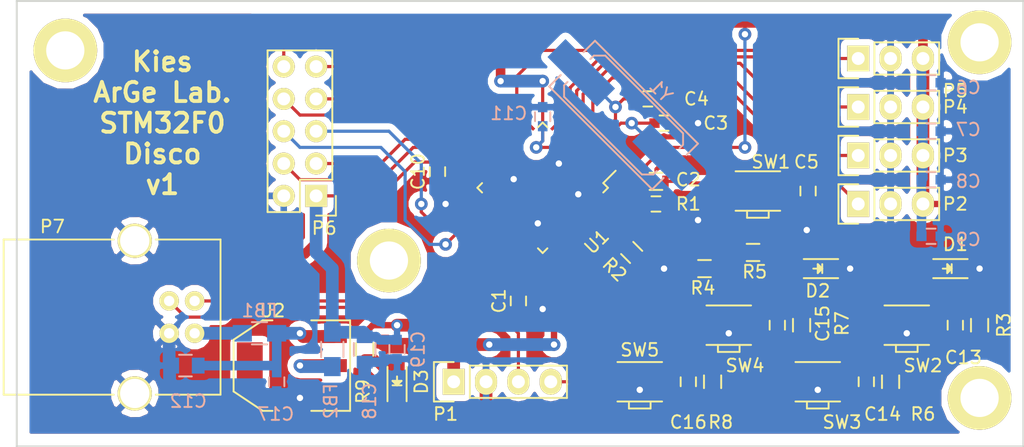
<source format=kicad_pcb>
(kicad_pcb (version 4) (host pcbnew 4.0.0-rc1-stable)
  (title_block (title STM32F0DiscoBoard) (date 2015-10-25) (rev v1) (company "Kies Research, Development and Engineering") (comment 1 "Develops and Rises"))
  (layers (0 F.Cu signal) (31 B.Cu signal) (34 B.Paste user) (35 F.Paste user) (36 B.SilkS user) (37 F.SilkS user) (38 B.Mask user) (39 F.Mask user) (44 Edge.Cuts user))
  (net 0 "")
  (net 1 +3V3)
  (net 2 GND)
  (net 3 /OSCIN)
  (net 4 /OSCOU)
  (net 5 +5V)
  (net 6 /BT0)
  (net 7 /BT1)
  (net 8 /BT2)
  (net 9 /BT3)
  (net 10 "Net-(D1-Pad2)")
  (net 11 "Net-(D2-Pad2)")
  (net 12 "Net-(FB1-Pad1)")
  (net 13 "Net-(FB2-Pad1)")
  (net 14 /SWDIO)
  (net 15 /SWCLK)
  (net 16 /USART3TX)
  (net 17 /I2C2SCL)
  (net 18 /I2C2SDA)
  (net 19 /SPI1MISO)
  (net 20 /SPI1SCK)
  (net 21 /SPI1NSS)
  (net 22 /USBD-)
  (net 23 /USBD+)
  (net 24 "Net-(R2-Pad2)")
  (net 25 /LED0)
  (net 26 /LED1)
  (net 27 "Net-(U1-Pad2)")
  (net 28 "Net-(U1-Pad3)")
  (net 29 "Net-(U1-Pad4)")
  (net 30 /NRST)
  (net 31 /PA0)
  (net 32 /PA1)
  (net 33 /PA2)
  (net 34 /PA3)
  (net 35 /SPI1MOSI)
  (net 36 "Net-(U1-Pad18)")
  (net 37 "Net-(U1-Pad19)")
  (net 38 "Net-(U1-Pad20)")
  (net 39 /USART3RX)
  (net 40 "Net-(U1-Pad27)")
  (net 41 "Net-(U1-Pad28)")
  (net 42 "Net-(U1-Pad29)")
  (net 43 "Net-(U1-Pad30)")
  (net 44 "Net-(U1-Pad31)")
  (net 45 "Net-(U1-Pad38)")
  (net 46 "Net-(U1-Pad39)")
  (net 47 "Net-(D3-Pad2)")
  (module Housings_QFP:LQFP-48_7x7mm_Pitch0.5mm (layer F.Cu) (at 99.695 87.63 225)
    (fp_text reference U1 (at 0 -6 225) (layer F.SilkS))
    (fp_text value STM32F070CBT6)
    (pad 1 smd rect (at -4.35 -2.75 225) (size 1.3 0.25) (layers F.Cu F.Paste F.Mask) (net 1 +3V3))
    (pad 2 smd rect (at -4.35 -2.25 225) (size 1.3 0.25) (layers F.Cu F.Paste F.Mask) (net 27 "Net-(U1-Pad2)"))
    (pad 3 smd rect (at -4.35 -1.75 225) (size 1.3 0.25) (layers F.Cu F.Paste F.Mask) (net 28 "Net-(U1-Pad3)"))
    (pad 4 smd rect (at -4.35 -1.25 225) (size 1.3 0.25) (layers F.Cu F.Paste F.Mask) (net 29 "Net-(U1-Pad4)"))
    (pad 5 smd rect (at -4.35 -0.75 225) (size 1.3 0.25) (layers F.Cu F.Paste F.Mask) (net 3 /OSCIN))
    (pad 6 smd rect (at -4.35 -0.25 225) (size 1.3 0.25) (layers F.Cu F.Paste F.Mask) (net 4 /OSCOU))
    (pad 7 smd rect (at -4.35 0.25 225) (size 1.3 0.25) (layers F.Cu F.Paste F.Mask) (net 30 /NRST))
    (pad 8 smd rect (at -4.35 0.75 225) (size 1.3 0.25) (layers F.Cu F.Paste F.Mask) (net 2 GND))
    (pad 9 smd rect (at -4.35 1.25 225) (size 1.3 0.25) (layers F.Cu F.Paste F.Mask) (net 1 +3V3))
    (pad 10 smd rect (at -4.35 1.75 225) (size 1.3 0.25) (layers F.Cu F.Paste F.Mask) (net 31 /PA0))
    (pad 11 smd rect (at -4.35 2.25 225) (size 1.3 0.25) (layers F.Cu F.Paste F.Mask) (net 32 /PA1))
    (pad 12 smd rect (at -4.35 2.75 225) (size 1.3 0.25) (layers F.Cu F.Paste F.Mask) (net 33 /PA2))
    (pad 13 smd rect (at -2.75 4.35 315) (size 1.3 0.25) (layers F.Cu F.Paste F.Mask) (net 34 /PA3))
    (pad 14 smd rect (at -2.25 4.35 315) (size 1.3 0.25) (layers F.Cu F.Paste F.Mask) (net 21 /SPI1NSS))
    (pad 15 smd rect (at -1.75 4.35 315) (size 1.3 0.25) (layers F.Cu F.Paste F.Mask) (net 20 /SPI1SCK))
    (pad 16 smd rect (at -1.25 4.35 315) (size 1.3 0.25) (layers F.Cu F.Paste F.Mask) (net 19 /SPI1MISO))
    (pad 17 smd rect (at -0.75 4.35 315) (size 1.3 0.25) (layers F.Cu F.Paste F.Mask) (net 35 /SPI1MOSI))
    (pad 18 smd rect (at -0.25 4.35 315) (size 1.3 0.25) (layers F.Cu F.Paste F.Mask) (net 36 "Net-(U1-Pad18)"))
    (pad 19 smd rect (at 0.25 4.35 315) (size 1.3 0.25) (layers F.Cu F.Paste F.Mask) (net 37 "Net-(U1-Pad19)"))
    (pad 20 smd rect (at 0.75 4.35 315) (size 1.3 0.25) (layers F.Cu F.Paste F.Mask) (net 38 "Net-(U1-Pad20)"))
    (pad 21 smd rect (at 1.25 4.35 315) (size 1.3 0.25) (layers F.Cu F.Paste F.Mask) (net 16 /USART3TX))
    (pad 22 smd rect (at 1.75 4.35 315) (size 1.3 0.25) (layers F.Cu F.Paste F.Mask) (net 39 /USART3RX))
    (pad 23 smd rect (at 2.25 4.35 315) (size 1.3 0.25) (layers F.Cu F.Paste F.Mask) (net 2 GND))
    (pad 24 smd rect (at 2.75 4.35 315) (size 1.3 0.25) (layers F.Cu F.Paste F.Mask) (net 1 +3V3))
    (pad 25 smd rect (at 4.35 2.75 225) (size 1.3 0.25) (layers F.Cu F.Paste F.Mask) (net 17 /I2C2SCL))
    (pad 26 smd rect (at 4.35 2.25 225) (size 1.3 0.25) (layers F.Cu F.Paste F.Mask) (net 18 /I2C2SDA))
    (pad 27 smd rect (at 4.35 1.75 225) (size 1.3 0.25) (layers F.Cu F.Paste F.Mask) (net 40 "Net-(U1-Pad27)"))
    (pad 28 smd rect (at 4.35 1.25 225) (size 1.3 0.25) (layers F.Cu F.Paste F.Mask) (net 41 "Net-(U1-Pad28)"))
    (pad 29 smd rect (at 4.35 0.75 225) (size 1.3 0.25) (layers F.Cu F.Paste F.Mask) (net 42 "Net-(U1-Pad29)"))
    (pad 30 smd rect (at 4.35 0.25 225) (size 1.3 0.25) (layers F.Cu F.Paste F.Mask) (net 43 "Net-(U1-Pad30)"))
    (pad 31 smd rect (at 4.35 -0.25 225) (size 1.3 0.25) (layers F.Cu F.Paste F.Mask) (net 44 "Net-(U1-Pad31)"))
    (pad 32 smd rect (at 4.35 -0.75 225) (size 1.3 0.25) (layers F.Cu F.Paste F.Mask) (net 22 /USBD-))
    (pad 33 smd rect (at 4.35 -1.25 225) (size 1.3 0.25) (layers F.Cu F.Paste F.Mask) (net 23 /USBD+))
    (pad 34 smd rect (at 4.35 -1.75 225) (size 1.3 0.25) (layers F.Cu F.Paste F.Mask) (net 14 /SWDIO))
    (pad 35 smd rect (at 4.35 -2.25 225) (size 1.3 0.25) (layers F.Cu F.Paste F.Mask) (net 2 GND))
    (pad 36 smd rect (at 4.35 -2.75 225) (size 1.3 0.25) (layers F.Cu F.Paste F.Mask) (net 1 +3V3))
    (pad 37 smd rect (at 2.75 -4.35 315) (size 1.3 0.25) (layers F.Cu F.Paste F.Mask) (net 15 /SWCLK))
    (pad 38 smd rect (at 2.25 -4.35 315) (size 1.3 0.25) (layers F.Cu F.Paste F.Mask) (net 45 "Net-(U1-Pad38)"))
    (pad 39 smd rect (at 1.75 -4.35 315) (size 1.3 0.25) (layers F.Cu F.Paste F.Mask) (net 46 "Net-(U1-Pad39)"))
    (pad 40 smd rect (at 1.25 -4.35 315) (size 1.3 0.25) (layers F.Cu F.Paste F.Mask) (net 9 /BT3))
    (pad 41 smd rect (at 0.75 -4.35 315) (size 1.3 0.25) (layers F.Cu F.Paste F.Mask) (net 8 /BT2))
    (pad 42 smd rect (at 0.25 -4.35 315) (size 1.3 0.25) (layers F.Cu F.Paste F.Mask) (net 7 /BT1))
    (pad 43 smd rect (at -0.25 -4.35 315) (size 1.3 0.25) (layers F.Cu F.Paste F.Mask) (net 6 /BT0))
    (pad 44 smd rect (at -0.75 -4.35 315) (size 1.3 0.25) (layers F.Cu F.Paste F.Mask) (net 24 "Net-(R2-Pad2)"))
    (pad 45 smd rect (at -1.25 -4.35 315) (size 1.3 0.25) (layers F.Cu F.Paste F.Mask) (net 25 /LED0))
    (pad 46 smd rect (at -1.75 -4.35 315) (size 1.3 0.25) (layers F.Cu F.Paste F.Mask) (net 26 /LED1))
    (pad 47 smd rect (at -2.25 -4.35 315) (size 1.3 0.25) (layers F.Cu F.Paste F.Mask) (net 2 GND))
    (pad 48 smd rect (at -2.75 -4.35 315) (size 1.3 0.25) (layers F.Cu F.Paste F.Mask) (net 1 +3V3))
  )
  (module LEDs:LED-0805 (layer F.Cu) (at 131.445 93.98 180)
    (fp_text reference D1 (at -0.635 1.905 180) (layer F.SilkS))
    (fp_text value Red)
    (pad 2 smd rect (at 1.04902 0) (size 1.19888 1.19888) (layers F.Cu F.Paste F.Mask) (net 10 "Net-(D1-Pad2)"))
    (pad 1 smd rect (at -1.04902 0) (size 1.19888 1.19888) (layers F.Cu F.Paste F.Mask) (net 2 GND))
  )
  (module LEDs:LED-0805 (layer F.Cu) (at 121.285 93.98 180)
    (fp_text reference D2 (at 0 -1.75 180) (layer F.SilkS))
    (fp_text value Green)
    (pad 2 smd rect (at 1.04902 0) (size 1.19888 1.19888) (layers F.Cu F.Paste F.Mask) (net 11 "Net-(D2-Pad2)"))
    (pad 1 smd rect (at -1.04902 0) (size 1.19888 1.19888) (layers F.Cu F.Paste F.Mask) (net 2 GND))
  )
  (module Resistors_SMD:R_0805_HandSoldering (layer B.Cu) (at 77.47 99.06)
    (fp_text reference FB1 (at 0 -1.778) (layer B.SilkS) (effects (justify mirror)))
    (fp_text value FILTER)
    (pad 1 smd rect (at -1.35 0) (size 1.5 1.3) (layers B.Cu B.Paste B.Mask) (net 12 "Net-(FB1-Pad1)"))
    (pad 2 smd rect (at 1.35 0) (size 1.5 1.3) (layers B.Cu B.Paste B.Mask) (net 5 +5V))
  )
  (module Resistors_SMD:R_0805_HandSoldering (layer B.Cu) (at 83.185 100.33 90)
    (fp_text reference FB2 (at -4.064 -0.127 90) (layer B.SilkS) (effects (justify mirror)))
    (fp_text value FILTER)
    (pad 1 smd rect (at -1.35 0 90) (size 1.5 1.3) (layers B.Cu B.Paste B.Mask) (net 13 "Net-(FB2-Pad1)"))
    (pad 2 smd rect (at 1.35 0 90) (size 1.5 1.3) (layers B.Cu B.Paste B.Mask) (net 1 +3V3))
  )
  (module Pin_Headers:Pin_Header_Straight_1x04 (layer F.Cu) (at 92.71 102.87 90)
    (fp_text reference P1 (at -2.54 -0.635 180) (layer F.SilkS))
    (fp_text value SW)
    (pad 1 thru_hole rect (at 0 0 90) (size 2.032 1.7272) (drill 1.016) (layers *.Cu *.Mask F.SilkS) (net 1 +3V3))
    (pad 2 thru_hole oval (at 0 2.54 90) (size 2.032 1.7272) (drill 1.016) (layers *.Cu *.Mask F.SilkS) (net 2 GND))
    (pad 3 thru_hole oval (at 0 5.08 90) (size 2.032 1.7272) (drill 1.016) (layers *.Cu *.Mask F.SilkS) (net 14 /SWDIO))
    (pad 4 thru_hole oval (at 0 7.62 90) (size 2.032 1.7272) (drill 1.016) (layers *.Cu *.Mask F.SilkS) (net 15 /SWCLK))
  )
  (module Pin_Headers:Pin_Header_Straight_1x03 (layer F.Cu) (at 124.46 88.9 90)
    (fp_text reference P2 (at 0 7.62 180) (layer F.SilkS))
    (fp_text value AN0)
    (pad 1 thru_hole rect (at 0 0 90) (size 2.032 1.7272) (drill 1.016) (layers *.Cu *.Mask F.SilkS) (net 31 /PA0))
    (pad 2 thru_hole oval (at 0 2.54 90) (size 2.032 1.7272) (drill 1.016) (layers *.Cu *.Mask F.SilkS) (net 2 GND))
    (pad 3 thru_hole oval (at 0 5.08 90) (size 2.032 1.7272) (drill 1.016) (layers *.Cu *.Mask F.SilkS) (net 1 +3V3))
  )
  (module Pin_Headers:Pin_Header_Straight_1x03 (layer F.Cu) (at 124.46 85.09 90)
    (fp_text reference P3 (at 0 7.62 180) (layer F.SilkS))
    (fp_text value AN1)
    (pad 1 thru_hole rect (at 0 0 90) (size 2.032 1.7272) (drill 1.016) (layers *.Cu *.Mask F.SilkS) (net 32 /PA1))
    (pad 2 thru_hole oval (at 0 2.54 90) (size 2.032 1.7272) (drill 1.016) (layers *.Cu *.Mask F.SilkS) (net 2 GND))
    (pad 3 thru_hole oval (at 0 5.08 90) (size 2.032 1.7272) (drill 1.016) (layers *.Cu *.Mask F.SilkS) (net 1 +3V3))
  )
  (module Pin_Headers:Pin_Header_Straight_1x03 (layer F.Cu) (at 124.46 81.28 90)
    (fp_text reference P4 (at 0 7.62 180) (layer F.SilkS))
    (fp_text value AN2)
    (pad 1 thru_hole rect (at 0 0 90) (size 2.032 1.7272) (drill 1.016) (layers *.Cu *.Mask F.SilkS) (net 33 /PA2))
    (pad 2 thru_hole oval (at 0 2.54 90) (size 2.032 1.7272) (drill 1.016) (layers *.Cu *.Mask F.SilkS) (net 2 GND))
    (pad 3 thru_hole oval (at 0 5.08 90) (size 2.032 1.7272) (drill 1.016) (layers *.Cu *.Mask F.SilkS) (net 1 +3V3))
  )
  (module Pin_Headers:Pin_Header_Straight_1x03 (layer F.Cu) (at 124.46 77.47 90)
    (fp_text reference P5 (at -2.54 7.62 180) (layer F.SilkS))
    (fp_text value AN3)
    (pad 1 thru_hole rect (at 0 0 90) (size 2.032 1.7272) (drill 1.016) (layers *.Cu *.Mask F.SilkS) (net 34 /PA3))
    (pad 2 thru_hole oval (at 0 2.54 90) (size 2.032 1.7272) (drill 1.016) (layers *.Cu *.Mask F.SilkS) (net 2 GND))
    (pad 3 thru_hole oval (at 0 5.08 90) (size 2.032 1.7272) (drill 1.016) (layers *.Cu *.Mask F.SilkS) (net 1 +3V3))
  )
  (module Pin_Headers:Pin_Header_Straight_2x05 (layer F.Cu) (at 81.915 88.265 180)
    (fp_text reference P6 (at -0.635 -2.54 180) (layer F.SilkS))
    (fp_text value UEXT)
    (pad 1 thru_hole rect (at 0 0 180) (size 1.7272 1.7272) (drill 1.016) (layers *.Cu *.Mask F.SilkS) (net 1 +3V3))
    (pad 2 thru_hole oval (at 2.54 0 180) (size 1.7272 1.7272) (drill 1.016) (layers *.Cu *.Mask F.SilkS) (net 2 GND))
    (pad 3 thru_hole oval (at 0 2.54 180) (size 1.7272 1.7272) (drill 1.016) (layers *.Cu *.Mask F.SilkS) (net 16 /USART3TX))
    (pad 4 thru_hole oval (at 2.54 2.54 180) (size 1.7272 1.7272) (drill 1.016) (layers *.Cu *.Mask F.SilkS) (net 39 /USART3RX))
    (pad 5 thru_hole oval (at 0 5.08 180) (size 1.7272 1.7272) (drill 1.016) (layers *.Cu *.Mask F.SilkS) (net 17 /I2C2SCL))
    (pad 6 thru_hole oval (at 2.54 5.08 180) (size 1.7272 1.7272) (drill 1.016) (layers *.Cu *.Mask F.SilkS) (net 18 /I2C2SDA))
    (pad 7 thru_hole oval (at 0 7.62 180) (size 1.7272 1.7272) (drill 1.016) (layers *.Cu *.Mask F.SilkS) (net 19 /SPI1MISO))
    (pad 8 thru_hole oval (at 2.54 7.62 180) (size 1.7272 1.7272) (drill 1.016) (layers *.Cu *.Mask F.SilkS) (net 35 /SPI1MOSI))
    (pad 9 thru_hole oval (at 0 10.16 180) (size 1.7272 1.7272) (drill 1.016) (layers *.Cu *.Mask F.SilkS) (net 20 /SPI1SCK))
    (pad 10 thru_hole oval (at 2.54 10.16 180) (size 1.7272 1.7272) (drill 1.016) (layers *.Cu *.Mask F.SilkS) (net 21 /SPI1NSS))
  )
  (module Connect:USB_B (layer F.Cu) (at 72.38 99.06 180)
    (fp_text reference P7 (at 11.166 8.382 360) (layer F.SilkS))
    (fp_text value USB_B)
    (pad 2 thru_hole circle (at 0 2.54 90) (size 1.524 1.524) (drill 0.8128) (layers *.Cu *.Mask F.SilkS) (net 22 /USBD-))
    (pad 1 thru_hole circle (at 0 0 90) (size 1.524 1.524) (drill 0.8128) (layers *.Cu *.Mask F.SilkS) (net 12 "Net-(FB1-Pad1)"))
    (pad 4 thru_hole circle (at 1.99898 0 90) (size 1.524 1.524) (drill 0.8128) (layers *.Cu *.Mask F.SilkS) (net 2 GND))
    (pad 3 thru_hole circle (at 1.99898 2.54 90) (size 1.524 1.524) (drill 0.8128) (layers *.Cu *.Mask F.SilkS) (net 23 /USBD+))
    (pad 5 thru_hole circle (at 4.699 7.26948 90) (size 2.70002 2.70002) (drill 2.30124) (layers *.Cu *.Mask F.SilkS) (net 2 GND))
    (pad 5 thru_hole circle (at 4.699 -4.72948 90) (size 2.70002 2.70002) (drill 2.30124) (layers *.Cu *.Mask F.SilkS) (net 2 GND))
  )
  (module Buttons_Switches_SMD:SW_SPST_EVQP7C (layer F.Cu) (at 116.586 87.884)
    (fp_text reference SW1 (at 1.016 -2.286) (layer F.SilkS))
    (fp_text value RST)
    (pad 1 smd rect (at 1.8 -0.725) (size 1.4 1.05) (layers F.Cu F.Paste F.Mask) (net 30 /NRST))
    (pad 1 smd rect (at -1.8 -0.725) (size 1.4 1.05) (layers F.Cu F.Paste F.Mask) (net 30 /NRST))
    (pad 2 smd rect (at 1.8 0.725) (size 1.4 1.05) (layers F.Cu F.Paste F.Mask) (net 2 GND))
    (pad 2 smd rect (at -1.8 0.725) (size 1.4 1.05) (layers F.Cu F.Paste F.Mask) (net 2 GND))
  )
  (module Buttons_Switches_SMD:SW_SPST_EVQP7C (layer F.Cu) (at 128.27 98.425)
    (fp_text reference SW2 (at 1.27 3.175) (layer F.SilkS))
    (fp_text value BT0)
    (pad 1 smd rect (at 1.8 -0.725) (size 1.4 1.05) (layers F.Cu F.Paste F.Mask) (net 6 /BT0))
    (pad 1 smd rect (at -1.8 -0.725) (size 1.4 1.05) (layers F.Cu F.Paste F.Mask) (net 6 /BT0))
    (pad 2 smd rect (at 1.8 0.725) (size 1.4 1.05) (layers F.Cu F.Paste F.Mask) (net 2 GND))
    (pad 2 smd rect (at -1.8 0.725) (size 1.4 1.05) (layers F.Cu F.Paste F.Mask) (net 2 GND))
  )
  (module Buttons_Switches_SMD:SW_SPST_EVQP7C (layer F.Cu) (at 121.285 102.87)
    (fp_text reference SW3 (at 1.905 3.175) (layer F.SilkS))
    (fp_text value BT1)
    (pad 1 smd rect (at 1.8 -0.725) (size 1.4 1.05) (layers F.Cu F.Paste F.Mask) (net 7 /BT1))
    (pad 1 smd rect (at -1.8 -0.725) (size 1.4 1.05) (layers F.Cu F.Paste F.Mask) (net 7 /BT1))
    (pad 2 smd rect (at 1.8 0.725) (size 1.4 1.05) (layers F.Cu F.Paste F.Mask) (net 2 GND))
    (pad 2 smd rect (at -1.8 0.725) (size 1.4 1.05) (layers F.Cu F.Paste F.Mask) (net 2 GND))
  )
  (module Buttons_Switches_SMD:SW_SPST_EVQP7C (layer F.Cu) (at 114.3 98.425)
    (fp_text reference SW4 (at 1.27 3.175) (layer F.SilkS))
    (fp_text value BT2)
    (pad 1 smd rect (at 1.8 -0.725) (size 1.4 1.05) (layers F.Cu F.Paste F.Mask) (net 8 /BT2))
    (pad 1 smd rect (at -1.8 -0.725) (size 1.4 1.05) (layers F.Cu F.Paste F.Mask) (net 8 /BT2))
    (pad 2 smd rect (at 1.8 0.725) (size 1.4 1.05) (layers F.Cu F.Paste F.Mask) (net 2 GND))
    (pad 2 smd rect (at -1.8 0.725) (size 1.4 1.05) (layers F.Cu F.Paste F.Mask) (net 2 GND))
  )
  (module Buttons_Switches_SMD:SW_SPST_EVQP7C (layer F.Cu) (at 107.315 102.87)
    (fp_text reference SW5 (at 0 -2.5) (layer F.SilkS))
    (fp_text value BT3)
    (pad 1 smd rect (at 1.8 -0.725) (size 1.4 1.05) (layers F.Cu F.Paste F.Mask) (net 9 /BT3))
    (pad 1 smd rect (at -1.8 -0.725) (size 1.4 1.05) (layers F.Cu F.Paste F.Mask) (net 9 /BT3))
    (pad 2 smd rect (at 1.8 0.725) (size 1.4 1.05) (layers F.Cu F.Paste F.Mask) (net 2 GND))
    (pad 2 smd rect (at -1.8 0.725) (size 1.4 1.05) (layers F.Cu F.Paste F.Mask) (net 2 GND))
  )
  (module TO_SOT_Packages_SMD:SOT-223 (layer F.Cu) (at 80.01 101.6 90)
    (fp_text reference U2 (at 4.318 -1.524 180) (layer F.SilkS))
    (fp_text value LD1117S33CTR)
    (pad 4 smd rect (at 0 -3.302 90) (size 3.6576 2.032) (layers F.Cu F.Paste F.Mask))
    (pad 2 smd rect (at 0 3.302 90) (size 1.016 2.032) (layers F.Cu F.Paste F.Mask) (net 13 "Net-(FB2-Pad1)"))
    (pad 3 smd rect (at 2.286 3.302 90) (size 1.016 2.032) (layers F.Cu F.Paste F.Mask) (net 5 +5V))
    (pad 1 smd rect (at -2.286 3.302 90) (size 1.016 2.032) (layers F.Cu F.Paste F.Mask) (net 2 GND))
  )
  (module Crystals_Oscillators_SMD:Q_49U3HMS (layer B.Cu) (at 106.045 81.915 135)
    (fp_text reference Y1 (at -0.71842 3.412497 135) (layer B.SilkS) (effects (justify mirror)))
    (fp_text value 8MHz)
    (pad 1 smd rect (at -4.699 0 135) (size 5.4991 1.99898) (layers B.Cu B.Paste B.Mask) (net 3 /OSCIN))
    (pad 2 smd rect (at 4.699 0 135) (size 5.4991 1.99898) (layers B.Cu B.Paste B.Mask) (net 4 /OSCOU))
  )
  (module LEDs:LED-0805 (layer F.Cu) (at 88.265 102.8 90)
    (fp_text reference D3 (at -0.07 1.905 90) (layer F.SilkS))
    (fp_text value Red)
    (pad 2 smd rect (at 1.04902 0 270) (size 1.19888 1.19888) (layers F.Cu F.Paste F.Mask) (net 47 "Net-(D3-Pad2)"))
    (pad 1 smd rect (at -1.04902 0 270) (size 1.19888 1.19888) (layers F.Cu F.Paste F.Mask) (net 2 GND))
  )
  (module Capacitors_SMD:C_0603 (layer F.Cu) (at 97.79 96.52 270)
    (fp_text reference C1 (at 0 1.524 270) (layer F.SilkS))
    (fp_text value 100nF)
    (pad 1 smd rect (at -0.75 0 270) (size 0.8 0.75) (layers F.Cu F.Paste F.Mask) (net 1 +3V3))
    (pad 2 smd rect (at 0.75 0 270) (size 0.8 0.75) (layers F.Cu F.Paste F.Mask) (net 2 GND))
  )
  (module Capacitors_SMD:C_0603 (layer F.Cu) (at 108.585 88.9)
    (fp_text reference C2 (at 2.54 -1.905) (layer F.SilkS))
    (fp_text value 100nF)
    (pad 1 smd rect (at -0.75 0) (size 0.8 0.75) (layers F.Cu F.Paste F.Mask) (net 1 +3V3))
    (pad 2 smd rect (at 0.75 0) (size 0.8 0.75) (layers F.Cu F.Paste F.Mask) (net 2 GND))
  )
  (module Capacitors_SMD:C_0603 (layer F.Cu) (at 109.22 82.55)
    (fp_text reference C3 (at 4.064 0) (layer F.SilkS))
    (fp_text value 6.8pf)
    (pad 1 smd rect (at -0.75 0) (size 0.8 0.75) (layers F.Cu F.Paste F.Mask) (net 3 /OSCIN))
    (pad 2 smd rect (at 0.75 0) (size 0.8 0.75) (layers F.Cu F.Paste F.Mask) (net 2 GND))
  )
  (module Capacitors_SMD:C_0603 (layer F.Cu) (at 107.95 80.645)
    (fp_text reference C4 (at 3.81 0) (layer F.SilkS))
    (fp_text value 6.8pf)
    (pad 1 smd rect (at -0.75 0) (size 0.8 0.75) (layers F.Cu F.Paste F.Mask) (net 4 /OSCOU))
    (pad 2 smd rect (at 0.75 0) (size 0.8 0.75) (layers F.Cu F.Paste F.Mask) (net 2 GND))
  )
  (module Capacitors_SMD:C_0603 (layer F.Cu) (at 120.523 87.884 270)
    (fp_text reference C5 (at -2.286 0.127 360) (layer F.SilkS))
    (fp_text value 100nF)
    (pad 1 smd rect (at -0.75 0 270) (size 0.8 0.75) (layers F.Cu F.Paste F.Mask) (net 30 /NRST))
    (pad 2 smd rect (at 0.75 0 270) (size 0.8 0.75) (layers F.Cu F.Paste F.Mask) (net 2 GND))
  )
  (module Capacitors_SMD:C_0603 (layer B.Cu) (at 130.175 79.375)
    (fp_text reference C6 (at 2.921 0.381) (layer B.SilkS) (effects (justify mirror)))
    (fp_text value 100nF)
    (pad 1 smd rect (at -0.75 0) (size 0.8 0.75) (layers B.Cu B.Paste B.Mask) (net 1 +3V3))
    (pad 2 smd rect (at 0.75 0) (size 0.8 0.75) (layers B.Cu B.Paste B.Mask) (net 2 GND))
  )
  (module Capacitors_SMD:C_0603 (layer B.Cu) (at 130.175 83.185)
    (fp_text reference C7 (at 2.921 -0.127) (layer B.SilkS) (effects (justify mirror)))
    (fp_text value 100nF)
    (pad 1 smd rect (at -0.75 0) (size 0.8 0.75) (layers B.Cu B.Paste B.Mask) (net 1 +3V3))
    (pad 2 smd rect (at 0.75 0) (size 0.8 0.75) (layers B.Cu B.Paste B.Mask) (net 2 GND))
  )
  (module Capacitors_SMD:C_0603 (layer B.Cu) (at 130.175 86.995)
    (fp_text reference C8 (at 2.921 0.127) (layer B.SilkS) (effects (justify mirror)))
    (fp_text value 100nF)
    (pad 1 smd rect (at -0.75 0) (size 0.8 0.75) (layers B.Cu B.Paste B.Mask) (net 1 +3V3))
    (pad 2 smd rect (at 0.75 0) (size 0.8 0.75) (layers B.Cu B.Paste B.Mask) (net 2 GND))
  )
  (module Capacitors_SMD:C_0603 (layer B.Cu) (at 130.175 91.44)
    (fp_text reference C9 (at 2.921 0.254) (layer B.SilkS) (effects (justify mirror)))
    (fp_text value 100nF)
    (pad 1 smd rect (at -0.75 0) (size 0.8 0.75) (layers B.Cu B.Paste B.Mask) (net 1 +3V3))
    (pad 2 smd rect (at 0.75 0) (size 0.8 0.75) (layers B.Cu B.Paste B.Mask) (net 2 GND))
  )
  (module Capacitors_SMD:C_0603 (layer F.Cu) (at 91.44 86.36 270)
    (fp_text reference C10 (at 0 1.524 270) (layer F.SilkS))
    (fp_text value 100nF)
    (pad 1 smd rect (at -0.75 0 270) (size 0.8 0.75) (layers F.Cu F.Paste F.Mask) (net 1 +3V3))
    (pad 2 smd rect (at 0.75 0 270) (size 0.8 0.75) (layers F.Cu F.Paste F.Mask) (net 2 GND))
  )
  (module Capacitors_SMD:C_0603 (layer B.Cu) (at 99.695 82.042 90)
    (fp_text reference C11 (at 0.254 -2.667 180) (layer B.SilkS) (effects (justify mirror)))
    (fp_text value 100nF)
    (pad 1 smd rect (at -0.75 0 90) (size 0.8 0.75) (layers B.Cu B.Paste B.Mask) (net 1 +3V3))
    (pad 2 smd rect (at 0.75 0 90) (size 0.8 0.75) (layers B.Cu B.Paste B.Mask) (net 2 GND))
  )
  (module Capacitors_SMD:C_0805 (layer B.Cu) (at 71.66 101.6 180)
    (fp_text reference C12 (at -0.222 -2.794 360) (layer B.SilkS) (effects (justify mirror)))
    (fp_text value 10uF)
    (pad 1 smd rect (at -1 0 180) (size 1 1.25) (layers B.Cu B.Paste B.Mask) (net 5 +5V))
    (pad 2 smd rect (at 1 0 180) (size 1 1.25) (layers B.Cu B.Paste B.Mask) (net 2 GND))
  )
  (module Capacitors_SMD:C_0603 (layer F.Cu) (at 132.08 98.425 270)
    (fp_text reference C13 (at 2.54 -0.635 360) (layer F.SilkS))
    (fp_text value 100nF)
    (pad 1 smd rect (at -0.75 0 270) (size 0.8 0.75) (layers F.Cu F.Paste F.Mask) (net 6 /BT0))
    (pad 2 smd rect (at 0.75 0 270) (size 0.8 0.75) (layers F.Cu F.Paste F.Mask) (net 2 GND))
  )
  (module Capacitors_SMD:C_0603 (layer F.Cu) (at 125.095 102.87 270)
    (fp_text reference C14 (at 2.54 -1.27 360) (layer F.SilkS))
    (fp_text value 100nF)
    (pad 1 smd rect (at -0.75 0 270) (size 0.8 0.75) (layers F.Cu F.Paste F.Mask) (net 7 /BT1))
    (pad 2 smd rect (at 0.75 0 270) (size 0.8 0.75) (layers F.Cu F.Paste F.Mask) (net 2 GND))
  )
  (module Capacitors_SMD:C_0603 (layer F.Cu) (at 118.11 98.425 270)
    (fp_text reference C15 (at -0.127 -3.556 450) (layer F.SilkS))
    (fp_text value 100nF)
    (pad 1 smd rect (at -0.75 0 270) (size 0.8 0.75) (layers F.Cu F.Paste F.Mask) (net 8 /BT2))
    (pad 2 smd rect (at 0.75 0 270) (size 0.8 0.75) (layers F.Cu F.Paste F.Mask) (net 2 GND))
  )
  (module Capacitors_SMD:C_0603 (layer F.Cu) (at 111.125 102.87 270)
    (fp_text reference C16 (at 3.175 0 360) (layer F.SilkS))
    (fp_text value 100nF)
    (pad 1 smd rect (at -0.75 0 270) (size 0.8 0.75) (layers F.Cu F.Paste F.Mask) (net 9 /BT3))
    (pad 2 smd rect (at 0.75 0 270) (size 0.8 0.75) (layers F.Cu F.Paste F.Mask) (net 2 GND))
  )
  (module Capacitors_SMD:C_0603 (layer B.Cu) (at 78.82 102.87 270)
    (fp_text reference C17 (at 2.54 0.08 540) (layer B.SilkS) (effects (justify mirror)))
    (fp_text value 100nF)
    (pad 1 smd rect (at -0.75 0 270) (size 0.8 0.75) (layers B.Cu B.Paste B.Mask) (net 5 +5V))
    (pad 2 smd rect (at 0.75 0 270) (size 0.8 0.75) (layers B.Cu B.Paste B.Mask) (net 2 GND))
  )
  (module Capacitors_SMD:C_0805 (layer B.Cu) (at 85.725 100.33 270)
    (fp_text reference C18 (at 4.064 -0.381 270) (layer B.SilkS) (effects (justify mirror)))
    (fp_text value 10uF)
    (pad 1 smd rect (at -1 0 270) (size 1 1.25) (layers B.Cu B.Paste B.Mask) (net 1 +3V3))
    (pad 2 smd rect (at 1 0 270) (size 1 1.25) (layers B.Cu B.Paste B.Mask) (net 2 GND))
  )
  (module Capacitors_SMD:C_0603 (layer B.Cu) (at 88.265 100.33 270)
    (fp_text reference C19 (at 0 -1.651 270) (layer B.SilkS) (effects (justify mirror)))
    (fp_text value 100nF)
    (pad 1 smd rect (at -0.75 0 270) (size 0.8 0.75) (layers B.Cu B.Paste B.Mask) (net 1 +3V3))
    (pad 2 smd rect (at 0.75 0 270) (size 0.8 0.75) (layers B.Cu B.Paste B.Mask) (net 2 GND))
  )
  (module Resistors_SMD:R_0603 (layer F.Cu) (at 108.585 87.122 180)
    (fp_text reference R1 (at -2.54 -1.778 180) (layer F.SilkS))
    (fp_text value 10K)
    (pad 1 smd rect (at -0.75 0 180) (size 0.5 0.9) (layers F.Cu F.Paste F.Mask) (net 30 /NRST))
    (pad 2 smd rect (at 0.75 0 180) (size 0.5 0.9) (layers F.Cu F.Paste F.Mask) (net 1 +3V3))
  )
  (module Resistors_SMD:R_0603 (layer F.Cu) (at 106.68 92.71 135)
    (fp_text reference R2 (at 0 -1.9 135) (layer F.SilkS))
    (fp_text value 100R)
    (pad 1 smd rect (at -0.75 0 135) (size 0.5 0.9) (layers F.Cu F.Paste F.Mask) (net 2 GND))
    (pad 2 smd rect (at 0.75 0 135) (size 0.5 0.9) (layers F.Cu F.Paste F.Mask) (net 24 "Net-(R2-Pad2)"))
  )
  (module Resistors_SMD:R_0603 (layer F.Cu) (at 133.985 98.425 270)
    (fp_text reference R3 (at 0 -1.905 270) (layer F.SilkS))
    (fp_text value 4K7R)
    (pad 1 smd rect (at -0.75 0 270) (size 0.5 0.9) (layers F.Cu F.Paste F.Mask) (net 6 /BT0))
    (pad 2 smd rect (at 0.75 0 270) (size 0.5 0.9) (layers F.Cu F.Paste F.Mask) (net 1 +3V3))
  )
  (module Resistors_SMD:R_0603 (layer F.Cu) (at 112.395 93.98 180)
    (fp_text reference R4 (at 0.127 -1.524 180) (layer F.SilkS))
    (fp_text value 470R)
    (pad 1 smd rect (at -0.75 0 180) (size 0.5 0.9) (layers F.Cu F.Paste F.Mask) (net 11 "Net-(D2-Pad2)"))
    (pad 2 smd rect (at 0.75 0 180) (size 0.5 0.9) (layers F.Cu F.Paste F.Mask) (net 25 /LED0))
  )
  (module Resistors_SMD:R_0603 (layer F.Cu) (at 116.205 92.71 180)
    (fp_text reference R5 (at -0.127 -1.524 180) (layer F.SilkS))
    (fp_text value 470R)
    (pad 1 smd rect (at -0.75 0 180) (size 0.5 0.9) (layers F.Cu F.Paste F.Mask) (net 10 "Net-(D1-Pad2)"))
    (pad 2 smd rect (at 0.75 0 180) (size 0.5 0.9) (layers F.Cu F.Paste F.Mask) (net 26 /LED1))
  )
  (module Resistors_SMD:R_0603 (layer F.Cu) (at 127 102.87 270)
    (fp_text reference R6 (at 2.54 -2.54 360) (layer F.SilkS))
    (fp_text value 4K7R)
    (pad 1 smd rect (at -0.75 0 270) (size 0.5 0.9) (layers F.Cu F.Paste F.Mask) (net 7 /BT1))
    (pad 2 smd rect (at 0.75 0 270) (size 0.5 0.9) (layers F.Cu F.Paste F.Mask) (net 1 +3V3))
  )
  (module Resistors_SMD:R_0603 (layer F.Cu) (at 120.015 98.425 270)
    (fp_text reference R7 (at -0.127 -3.175 450) (layer F.SilkS))
    (fp_text value 4K7R)
    (pad 1 smd rect (at -0.75 0 270) (size 0.5 0.9) (layers F.Cu F.Paste F.Mask) (net 8 /BT2))
    (pad 2 smd rect (at 0.75 0 270) (size 0.5 0.9) (layers F.Cu F.Paste F.Mask) (net 1 +3V3))
  )
  (module Resistors_SMD:R_0603 (layer F.Cu) (at 113.03 102.87 270)
    (fp_text reference R8 (at 3.175 -0.635 360) (layer F.SilkS))
    (fp_text value 4K7R)
    (pad 1 smd rect (at -0.75 0 270) (size 0.5 0.9) (layers F.Cu F.Paste F.Mask) (net 9 /BT3))
    (pad 2 smd rect (at 0.75 0 270) (size 0.5 0.9) (layers F.Cu F.Paste F.Mask) (net 1 +3V3))
  )
  (module Resistors_SMD:R_0603 (layer F.Cu) (at 85.725 100.33 270)
    (fp_text reference R9 (at 3.302 0.127 270) (layer F.SilkS))
    (fp_text value 470R)
    (pad 1 smd rect (at -0.75 0 270) (size 0.5 0.9) (layers F.Cu F.Paste F.Mask) (net 1 +3V3))
    (pad 2 smd rect (at 0.75 0 270) (size 0.5 0.9) (layers F.Cu F.Paste F.Mask) (net 47 "Net-(D3-Pad2)"))
  )
  (module Connect:1pin (layer F.Cu) (at 62.23 76.835)
    (fp_text reference "" (at 0 -3.048) (layer F.SilkS))
    (fp_text value 1pin)
    (pad "" thru_hole circle (at 0 0) (size 5 5) (drill 3) (layers *.Cu *.Mask F.SilkS))
  )
  (module Connect:1pin (layer F.Cu) (at 133.985 76.2)
    (fp_text reference "" (at 0 -3.048) (layer F.SilkS))
    (fp_text value 1pin)
    (pad "" thru_hole circle (at 0 0) (size 5 5) (drill 3) (layers *.Cu *.Mask F.SilkS))
  )
  (module Connect:1pin (layer F.Cu) (at 133.985 104.14)
    (fp_text reference "" (at 0 -3.048) (layer F.SilkS))
    (fp_text value 1pin)
    (pad "" thru_hole circle (at 0 0) (size 5 5) (drill 3) (layers *.Cu *.Mask F.SilkS))
  )
  (module Connect:1pin (layer F.Cu) (at 87.63 93.345)
    (fp_text reference "" (at 0 -3.048) (layer F.SilkS))
    (fp_text value 1pin)
    (pad 1 thru_hole circle (at 0 0) (size 5 5) (drill 3) (layers *.Cu *.Mask F.SilkS))
  )
  (gr_text "Kies\nArGe Lab.\nSTM32F0\nDisco\nv1" (at 69.85 82.55) (layer F.SilkS) (effects (font (size 1.5 1.5) (thickness 0.3))))
  (gr_line (start 137.42 107.95) (end 58.42 107.95) (angle 90) (layer Edge.Cuts) (width 0.15))
  (gr_line (start 137.42 72.95) (end 137.42 107.95) (angle 90) (layer Edge.Cuts) (width 0.15))
  (gr_line (start 58.42 72.95) (end 137.42 72.95) (angle 90) (layer Edge.Cuts) (width 0.15))
  (gr_line (start 58.42 107.95) (end 58.42 72.95) (angle 90) (layer Edge.Cuts) (width 0.15))
  (segment (start 101.887031 83.670202) (end 101.102233 84.455) (width 0.25) (layer F.Cu) (net 1))
  (segment (start 101.102233 84.455) (end 99.187 84.455) (width 0.25) (layer F.Cu) (net 1))
  (via (at 99.187 84.455) (size 1) (drill 0.5) (layers F.Cu B.Cu) (net 1))
  (segment (start 107.835 87.122) (end 107.835 85.84) (width 0.25) (layer F.Cu) (net 1))
  (segment (start 115.57 75.565) (end 115.57 74.676) (width 0.25) (layer F.Cu) (net 1))
  (via (at 115.57 75.565) (size 1) (drill 0.5) (layers F.Cu B.Cu) (net 1))
  (segment (start 115.57 84.455) (end 115.57 75.565) (width 0.25) (layer B.Cu) (net 1))
  (via (at 115.57 84.455) (size 1) (drill 0.5) (layers F.Cu B.Cu) (net 1))
  (segment (start 109.22 84.455) (end 115.57 84.455) (width 0.25) (layer F.Cu) (net 1))
  (segment (start 107.835 85.84) (end 109.22 84.455) (width 0.25) (layer F.Cu) (net 1))
  (segment (start 115.57 74.676) (end 115.57 74.93) (width 0.25) (layer F.Cu) (net 1))
  (segment (start 115.57 74.93) (end 115.57 74.676) (width 0.25) (layer F.Cu) (net 1))
  (segment (start 91.44 85.61) (end 89.65 85.61) (width 0.25) (layer F.Cu) (net 1))
  (segment (start 86.995 88.265) (end 81.915 88.265) (width 0.25) (layer F.Cu) (net 1))
  (segment (start 89.65 85.61) (end 86.995 88.265) (width 0.25) (layer F.Cu) (net 1))
  (segment (start 133.985 99.949) (end 133.604 100.33) (width 0.5) (layer F.Cu) (net 1))
  (segment (start 133.985 99.175) (end 133.985 99.949) (width 0.5) (layer F.Cu) (net 1))
  (segment (start 128.155 103.62) (end 127 103.62) (width 0.5) (layer F.Cu) (net 1))
  (segment (start 131.445 100.33) (end 128.155 103.62) (width 0.5) (layer F.Cu) (net 1))
  (segment (start 133.604 100.33) (end 131.445 100.33) (width 0.5) (layer F.Cu) (net 1))
  (segment (start 96.393 74.676) (end 96.393 79.248) (width 0.75) (layer F.Cu) (net 1))
  (segment (start 96.393 79.248) (end 99.695 79.248) (width 1) (layer B.Cu) (net 1))
  (segment (start 99.695 83.947) (end 99.695 79.248) (width 0.25) (layer F.Cu) (net 1))
  (via (at 99.695 79.248) (size 1) (drill 0.5) (layers F.Cu B.Cu) (net 1))
  (segment (start 99.695 83.947) (end 99.187 84.455) (width 0.25) (layer F.Cu) (net 1))
  (via (at 96.393 79.248) (size 1) (drill 0.5) (layers F.Cu B.Cu) (net 1))
  (segment (start 96.393 74.676) (end 96.393 74.803) (width 0.75) (layer F.Cu) (net 1))
  (segment (start 96.393 74.803) (end 96.393 74.676) (width 0.75) (layer F.Cu) (net 1))
  (segment (start 129.54 88.9) (end 134.239 88.9) (width 0.5) (layer F.Cu) (net 1))
  (segment (start 135.013 99.175) (end 133.985 99.175) (width 0.5) (layer F.Cu) (net 1))
  (segment (start 135.509 98.679) (end 135.013 99.175) (width 0.5) (layer F.Cu) (net 1))
  (segment (start 135.509 90.17) (end 135.509 98.679) (width 0.5) (layer F.Cu) (net 1))
  (segment (start 134.239 88.9) (end 135.509 90.17) (width 0.5) (layer F.Cu) (net 1))
  (segment (start 97.79 95.77) (end 100.342 95.77) (width 0.5) (layer F.Cu) (net 1))
  (via (at 95.504 99.949) (size 1) (drill 0.5) (layers F.Cu B.Cu) (net 1))
  (segment (start 95.504 99.949) (end 100.584 99.949) (width 1) (layer B.Cu) (net 1))
  (segment (start 95.504 99.949) (end 92.71 99.949) (width 1) (layer F.Cu) (net 1))
  (via (at 100.584 99.949) (size 1) (drill 0.5) (layers F.Cu B.Cu) (net 1))
  (segment (start 100.584 98.298) (end 100.584 99.949) (width 0.5) (layer F.Cu) (net 1))
  (segment (start 101.092 97.79) (end 100.584 98.298) (width 0.5) (layer F.Cu) (net 1))
  (segment (start 101.092 96.52) (end 101.092 97.79) (width 0.5) (layer F.Cu) (net 1))
  (segment (start 100.342 95.77) (end 101.092 96.52) (width 0.5) (layer F.Cu) (net 1))
  (segment (start 129.54 77.47) (end 129.54 75.819) (width 0.75) (layer F.Cu) (net 1))
  (segment (start 128.397 74.676) (end 115.57 74.676) (width 0.75) (layer F.Cu) (net 1))
  (segment (start 129.54 75.819) (end 128.397 74.676) (width 0.75) (layer F.Cu) (net 1))
  (segment (start 115.57 74.676) (end 96.393 74.676) (width 0.75) (layer F.Cu) (net 1))
  (segment (start 96.393 74.676) (end 77.597 74.676) (width 0.75) (layer F.Cu) (net 1))
  (segment (start 81.026 92.837) (end 81.915 91.948) (width 0.75) (layer F.Cu) (net 1))
  (segment (start 77.851 92.837) (end 81.026 92.837) (width 0.75) (layer F.Cu) (net 1))
  (segment (start 76.073 91.059) (end 77.851 92.837) (width 0.75) (layer F.Cu) (net 1))
  (segment (start 76.073 76.2) (end 76.073 91.059) (width 0.75) (layer F.Cu) (net 1))
  (segment (start 77.597 74.676) (end 76.073 76.2) (width 0.75) (layer F.Cu) (net 1))
  (segment (start 81.915 91.948) (end 81.915 88.265) (width 0.75) (layer F.Cu) (net 1))
  (segment (start 120.015 99.175) (end 120.015 99.949) (width 0.5) (layer F.Cu) (net 1))
  (segment (start 117.348 101.473) (end 117.348 105.41) (width 0.5) (layer F.Cu) (net 1))
  (segment (start 118.237 100.584) (end 117.348 101.473) (width 0.5) (layer F.Cu) (net 1))
  (segment (start 119.38 100.584) (end 118.237 100.584) (width 0.5) (layer F.Cu) (net 1))
  (segment (start 120.015 99.949) (end 119.38 100.584) (width 0.5) (layer F.Cu) (net 1))
  (segment (start 127 103.62) (end 127 104.775) (width 0.5) (layer F.Cu) (net 1))
  (segment (start 127 104.775) (end 126.365 105.41) (width 0.5) (layer F.Cu) (net 1))
  (segment (start 126.365 105.41) (end 117.348 105.41) (width 0.5) (layer F.Cu) (net 1))
  (segment (start 113.03 104.521) (end 113.03 103.62) (width 0.5) (layer F.Cu) (net 1))
  (segment (start 113.919 105.41) (end 113.03 104.521) (width 0.5) (layer F.Cu) (net 1))
  (segment (start 117.348 105.41) (end 113.919 105.41) (width 0.5) (layer F.Cu) (net 1))
  (segment (start 83.185 98.98) (end 83.185 93.98) (width 1) (layer B.Cu) (net 1))
  (segment (start 81.915 92.71) (end 81.915 88.265) (width 1) (layer B.Cu) (net 1))
  (segment (start 83.185 93.98) (end 81.915 92.71) (width 1) (layer B.Cu) (net 1))
  (segment (start 99.187 84.455) (end 99.187 84.582) (width 0.25) (layer F.Cu) (net 1))
  (segment (start 99.695 82.792) (end 99.695 83.947) (width 0.25) (layer B.Cu) (net 1))
  (segment (start 99.695 83.947) (end 99.187 84.455) (width 0.25) (layer B.Cu) (net 1))
  (segment (start 104.715458 88.761371) (end 105.41 88.066829) (width 0.25) (layer F.Cu) (net 1))
  (segment (start 105.41 87.193171) (end 104.715458 86.498629) (width 0.25) (layer F.Cu) (net 1))
  (segment (start 105.41 88.066829) (end 105.41 87.193171) (width 0.25) (layer F.Cu) (net 1))
  (segment (start 94.674542 86.498629) (end 93.785913 85.61) (width 0.25) (layer F.Cu) (net 1))
  (segment (start 93.785913 85.61) (end 91.44 85.61) (width 0.25) (layer F.Cu) (net 1))
  (segment (start 129.425 91.44) (end 129.425 89.015) (width 0.75) (layer B.Cu) (net 1))
  (segment (start 129.425 89.015) (end 129.425 86.995) (width 0.75) (layer B.Cu) (net 1))
  (segment (start 129.425 86.995) (end 129.54 86.88) (width 0.75) (layer B.Cu) (net 1))
  (segment (start 129.54 86.88) (end 129.54 83.3) (width 0.75) (layer B.Cu) (net 1))
  (segment (start 129.54 83.3) (end 129.54 81.28) (width 0.75) (layer B.Cu) (net 1))
  (segment (start 129.54 81.28) (end 129.425 81.165) (width 0.75) (layer B.Cu) (net 1))
  (segment (start 129.425 81.165) (end 129.425 77.585) (width 0.75) (layer B.Cu) (net 1))
  (segment (start 129.425 77.585) (end 129.54 77.47) (width 0.75) (layer B.Cu) (net 1))
  (segment (start 129.54 77.47) (end 129.54 81.28) (width 1) (layer F.Cu) (net 1))
  (segment (start 129.54 81.28) (end 129.54 85.09) (width 1) (layer F.Cu) (net 1))
  (segment (start 129.54 85.09) (end 129.54 88.9) (width 1) (layer F.Cu) (net 1))
  (segment (start 107.835 88.9) (end 107.835 87.122) (width 0.25) (layer F.Cu) (net 1))
  (segment (start 107.835 88.9) (end 106.934 88.9) (width 0.25) (layer F.Cu) (net 1))
  (segment (start 105.489087 89.535) (end 104.715458 88.761371) (width 0.25) (layer F.Cu) (net 1))
  (segment (start 106.299 89.535) (end 105.489087 89.535) (width 0.25) (layer F.Cu) (net 1))
  (segment (start 106.934 88.9) (end 106.299 89.535) (width 0.25) (layer F.Cu) (net 1))
  (segment (start 97.79 95.77) (end 97.79 93.424087) (width 0.25) (layer F.Cu) (net 1))
  (segment (start 97.79 93.424087) (end 98.563629 92.650458) (width 0.25) (layer F.Cu) (net 1))
  (segment (start 88.265 98.425) (end 91.44 98.425) (width 1) (layer F.Cu) (net 1))
  (segment (start 91.44 98.425) (end 92.71 99.695) (width 1) (layer F.Cu) (net 1))
  (segment (start 92.71 99.695) (end 92.71 99.949) (width 1) (layer F.Cu) (net 1))
  (segment (start 92.71 99.949) (end 92.71 102.87) (width 1) (layer F.Cu) (net 1))
  (segment (start 85.725 99.58) (end 85.725 99.06) (width 0.5) (layer F.Cu) (net 1))
  (segment (start 88.265 98.425) (end 88.265 99.58) (width 0.5) (layer B.Cu) (net 1))
  (via (at 88.265 98.425) (size 0.9) (drill 0.5) (layers F.Cu B.Cu) (net 1))
  (segment (start 86.36 98.425) (end 88.265 98.425) (width 0.5) (layer F.Cu) (net 1))
  (segment (start 85.725 99.06) (end 86.36 98.425) (width 0.5) (layer F.Cu) (net 1))
  (segment (start 85.725 99.33) (end 86.63 99.33) (width 0.75) (layer B.Cu) (net 1))
  (segment (start 86.88 99.58) (end 88.265 99.58) (width 0.75) (layer B.Cu) (net 1))
  (segment (start 86.63 99.33) (end 86.88 99.58) (width 0.75) (layer B.Cu) (net 1))
  (segment (start 83.185 98.98) (end 85.625 98.98) (width 1) (layer B.Cu) (net 1))
  (segment (start 85.625 98.98) (end 85.725 99.08) (width 1) (layer B.Cu) (net 1))
  (segment (start 95.028095 86.145076) (end 95.833019 86.95) (width 0.25) (layer F.Cu) (net 2))
  (via (at 97.42 86.95) (size 1) (drill 0.5) (layers F.Cu B.Cu) (net 2))
  (segment (start 95.833019 86.95) (end 97.42 86.95) (width 0.25) (layer F.Cu) (net 2))
  (segment (start 120.523 88.634) (end 120.523 90.847) (width 0.25) (layer F.Cu) (net 2))
  (via (at 120.42 90.95) (size 1) (drill 0.5) (layers F.Cu B.Cu) (net 2))
  (segment (start 120.523 90.847) (end 120.42 90.95) (width 0.25) (layer F.Cu) (net 2))
  (segment (start 91.44 87.11) (end 91.44 88.265) (width 0.25) (layer F.Cu) (net 2))
  (via (at 92.075 88.9) (size 1) (drill 0.5) (layers F.Cu B.Cu) (net 2))
  (segment (start 91.44 88.265) (end 92.075 88.9) (width 0.25) (layer F.Cu) (net 2))
  (segment (start 120.523 88.634) (end 118.411 88.634) (width 0.25) (layer F.Cu) (net 2))
  (segment (start 118.411 88.634) (end 118.386 88.609) (width 0.25) (layer F.Cu) (net 2))
  (segment (start 118.386 88.609) (end 114.786 88.609) (width 0.25) (layer F.Cu) (net 2))
  (segment (start 109.97 82.55) (end 111.887 82.55) (width 0.25) (layer F.Cu) (net 2))
  (via (at 111.887 82.55) (size 1) (drill 0.5) (layers F.Cu B.Cu) (net 2))
  (segment (start 108.7 80.645) (end 109.474 80.645) (width 0.25) (layer F.Cu) (net 2))
  (segment (start 109.97 81.141) (end 109.97 82.55) (width 0.25) (layer F.Cu) (net 2))
  (segment (start 109.474 80.645) (end 109.97 81.141) (width 0.25) (layer F.Cu) (net 2))
  (segment (start 109.335 88.9) (end 110.617 88.9) (width 0.25) (layer F.Cu) (net 2))
  (via (at 111.887 90.17) (size 1) (drill 0.5) (layers F.Cu B.Cu) (net 2))
  (segment (start 110.617 88.9) (end 111.887 90.17) (width 0.25) (layer F.Cu) (net 2))
  (segment (start 102.240584 84.023755) (end 100.965 85.299339) (width 0.25) (layer F.Cu) (net 2))
  (segment (start 100.965 85.299339) (end 100.965 85.725) (width 0.25) (layer F.Cu) (net 2))
  (segment (start 97.79 97.27) (end 99.58 97.27) (width 0.25) (layer F.Cu) (net 2))
  (segment (start 99.58 97.27) (end 99.695 97.155) (width 0.25) (layer F.Cu) (net 2))
  (via (at 99.695 97.155) (size 1) (drill 0.5) (layers F.Cu B.Cu) (net 2))
  (segment (start 104.361905 89.114924) (end 103.384981 88.138) (width 0.25) (layer F.Cu) (net 2))
  (via (at 102.489 88.138) (size 1) (drill 0.5) (layers F.Cu B.Cu) (net 2))
  (segment (start 103.384981 88.138) (end 102.489 88.138) (width 0.25) (layer F.Cu) (net 2))
  (segment (start 98.210076 92.296905) (end 99.314 91.192981) (width 0.25) (layer F.Cu) (net 2))
  (via (at 99.314 90.424) (size 1) (drill 0.5) (layers F.Cu B.Cu) (net 2))
  (segment (start 99.314 91.192981) (end 99.314 90.424) (width 0.25) (layer F.Cu) (net 2))
  (segment (start 123.085 103.595) (end 121.375 103.595) (width 0.25) (layer F.Cu) (net 2))
  (segment (start 121.195 103.595) (end 121.285 103.505) (width 0.25) (layer F.Cu) (net 2))
  (via (at 121.285 103.505) (size 1) (drill 0.5) (layers F.Cu B.Cu) (net 2))
  (segment (start 121.195 103.595) (end 119.485 103.595) (width 0.25) (layer F.Cu) (net 2))
  (segment (start 121.375 103.595) (end 121.285 103.505) (width 0.25) (layer F.Cu) (net 2))
  (segment (start 128.27 99.06) (end 128.36 99.15) (width 0.25) (layer F.Cu) (net 2))
  (segment (start 128.18 99.15) (end 128.27 99.06) (width 0.25) (layer F.Cu) (net 2))
  (via (at 128.27 99.06) (size 1) (drill 0.5) (layers F.Cu B.Cu) (net 2))
  (segment (start 126.47 99.15) (end 128.18 99.15) (width 0.25) (layer F.Cu) (net 2))
  (segment (start 128.36 99.15) (end 130.07 99.15) (width 0.25) (layer F.Cu) (net 2))
  (segment (start 116.1 99.15) (end 114.39 99.15) (width 0.25) (layer F.Cu) (net 2))
  (segment (start 114.21 99.15) (end 114.3 99.06) (width 0.25) (layer F.Cu) (net 2))
  (via (at 114.3 99.06) (size 1) (drill 0.5) (layers F.Cu B.Cu) (net 2))
  (segment (start 114.21 99.15) (end 112.5 99.15) (width 0.25) (layer F.Cu) (net 2))
  (segment (start 114.39 99.15) (end 114.3 99.06) (width 0.25) (layer F.Cu) (net 2))
  (segment (start 130.07 99.15) (end 132.055 99.15) (width 0.25) (layer F.Cu) (net 2))
  (segment (start 132.055 99.15) (end 132.08 99.175) (width 0.25) (layer F.Cu) (net 2))
  (segment (start 123.085 103.595) (end 125.07 103.595) (width 0.25) (layer F.Cu) (net 2))
  (segment (start 125.07 103.595) (end 125.095 103.62) (width 0.25) (layer F.Cu) (net 2))
  (segment (start 118.11 99.175) (end 116.125 99.175) (width 0.25) (layer F.Cu) (net 2))
  (segment (start 116.125 99.175) (end 116.1 99.15) (width 0.25) (layer F.Cu) (net 2))
  (segment (start 109.115 103.595) (end 111.1 103.595) (width 0.25) (layer F.Cu) (net 2))
  (segment (start 111.1 103.595) (end 111.125 103.62) (width 0.25) (layer F.Cu) (net 2))
  (segment (start 109.115 103.595) (end 107.405 103.595) (width 0.25) (layer F.Cu) (net 2))
  (segment (start 107.225 103.595) (end 107.315 103.505) (width 0.25) (layer F.Cu) (net 2))
  (via (at 107.315 103.505) (size 1) (drill 0.5) (layers F.Cu B.Cu) (net 2))
  (segment (start 107.225 103.595) (end 105.515 103.595) (width 0.25) (layer F.Cu) (net 2))
  (segment (start 107.405 103.595) (end 107.315 103.505) (width 0.25) (layer F.Cu) (net 2))
  (segment (start 122.33402 93.98) (end 123.825 93.98) (width 0.25) (layer F.Cu) (net 2))
  (via (at 123.825 93.98) (size 1) (drill 0.5) (layers F.Cu B.Cu) (net 2))
  (segment (start 132.49402 93.98) (end 133.985 93.98) (width 0.25) (layer F.Cu) (net 2))
  (via (at 133.985 93.98) (size 1) (drill 0.5) (layers F.Cu B.Cu) (net 2))
  (segment (start 107.21033 93.24033) (end 107.95 93.98) (width 0.25) (layer F.Cu) (net 2))
  (via (at 109.22 93.98) (size 1) (drill 0.5) (layers F.Cu B.Cu) (net 2))
  (segment (start 107.95 93.98) (end 109.22 93.98) (width 0.25) (layer F.Cu) (net 2))
  (segment (start 111.125 103.62) (end 111.1 103.595) (width 0.25) (layer F.Cu) (net 2))
  (segment (start 109.14 103.62) (end 109.115 103.595) (width 0.25) (layer F.Cu) (net 2))
  (segment (start 88.265 103.84902) (end 88.265 104.775) (width 1) (layer F.Cu) (net 2))
  (segment (start 95.25 105.41) (end 95.25 102.87) (width 1) (layer F.Cu) (net 2))
  (segment (start 94.615 106.045) (end 95.25 105.41) (width 1) (layer F.Cu) (net 2))
  (segment (start 89.535 106.045) (end 94.615 106.045) (width 1) (layer F.Cu) (net 2))
  (segment (start 88.265 104.775) (end 89.535 106.045) (width 1) (layer F.Cu) (net 2))
  (segment (start 88.265 101.08) (end 87.515 101.08) (width 0.75) (layer B.Cu) (net 2))
  (segment (start 87.265 101.33) (end 85.725 101.33) (width 0.75) (layer B.Cu) (net 2))
  (segment (start 87.515 101.08) (end 87.265 101.33) (width 0.75) (layer B.Cu) (net 2))
  (segment (start 83.312 103.886) (end 88.22802 103.886) (width 1) (layer F.Cu) (net 2))
  (segment (start 88.22802 103.886) (end 88.265 103.84902) (width 1) (layer F.Cu) (net 2))
  (segment (start 80.645 104.14) (end 85.09 104.14) (width 1) (layer B.Cu) (net 2))
  (segment (start 85.725 103.505) (end 85.725 101.58) (width 1) (layer B.Cu) (net 2))
  (segment (start 85.09 104.14) (end 85.725 103.505) (width 1) (layer B.Cu) (net 2))
  (segment (start 78.82 104.12) (end 80.625 104.12) (width 1) (layer B.Cu) (net 2))
  (segment (start 82.169 103.886) (end 83.312 103.886) (width 1) (layer F.Cu) (net 2))
  (segment (start 81.915 104.14) (end 82.169 103.886) (width 1) (layer F.Cu) (net 2))
  (segment (start 80.645 104.14) (end 81.915 104.14) (width 1) (layer F.Cu) (net 2))
  (via (at 80.645 104.14) (size 0.9) (drill 0.5) (layers F.Cu B.Cu) (net 2))
  (segment (start 80.625 104.12) (end 80.645 104.14) (width 1) (layer B.Cu) (net 2))
  (segment (start 78.82 104.12) (end 71.1 104.12) (width 1) (layer B.Cu) (net 2))
  (segment (start 70.41 103.43) (end 70.41 101.6) (width 1) (layer B.Cu) (net 2))
  (segment (start 71.1 104.12) (end 70.41 103.43) (width 1) (layer B.Cu) (net 2))
  (segment (start 70.38102 99.06) (end 70.38102 101.57102) (width 1) (layer B.Cu) (net 2))
  (segment (start 70.38102 101.57102) (end 70.41 101.6) (width 0.75) (layer B.Cu) (net 2))
  (via (at 100.965 85.725) (size 1) (drill 0.5) (layers F.Cu B.Cu) (net 2))
  (segment (start 108.47 82.55) (end 106.68 82.55) (width 0.25) (layer F.Cu) (net 3))
  (segment (start 109.367695 85.237695) (end 106.68 82.55) (width 0.25) (layer B.Cu) (net 3))
  (segment (start 105.835661 82.55) (end 106.68 82.55) (width 0.25) (layer F.Cu) (net 3))
  (via (at 106.68 82.55) (size 1) (drill 0.5) (layers F.Cu B.Cu) (net 3))
  (segment (start 105.835661 82.55) (end 103.301245 85.084416) (width 0.25) (layer F.Cu) (net 3))
  (segment (start 107.2 80.645) (end 106.045 80.645) (width 0.25) (layer F.Cu) (net 4))
  (segment (start 106.045 80.645) (end 105.41 81.28) (width 0.25) (layer F.Cu) (net 4))
  (segment (start 102.947691 84.730862) (end 105.41 82.268553) (width 0.25) (layer F.Cu) (net 4))
  (segment (start 105.41 81.28) (end 102.722305 78.592305) (width 0.25) (layer B.Cu) (net 4))
  (via (at 105.41 81.28) (size 1) (drill 0.5) (layers F.Cu B.Cu) (net 4))
  (segment (start 105.41 82.268553) (end 105.41 81.28) (width 0.25) (layer F.Cu) (net 4))
  (segment (start 78.74 101.6) (end 78.82 101.6) (width 0.75) (layer B.Cu) (net 5))
  (segment (start 78.82 101.6) (end 78.74 101.6) (width 0.75) (layer B.Cu) (net 5))
  (segment (start 72.66 101.6) (end 78.82 101.6) (width 0.75) (layer B.Cu) (net 5))
  (segment (start 78.82 101.6) (end 78.82 99.06) (width 0.75) (layer B.Cu) (net 5))
  (segment (start 78.82 102.12) (end 78.82 101.6) (width 0.75) (layer B.Cu) (net 5))
  (segment (start 78.82 99.06) (end 80.645 99.06) (width 1) (layer B.Cu) (net 5))
  (segment (start 80.899 99.314) (end 83.312 99.314) (width 1) (layer F.Cu) (net 5))
  (segment (start 80.645 99.06) (end 80.899 99.314) (width 1) (layer F.Cu) (net 5))
  (via (at 80.645 99.06) (size 0.9) (drill 0.5) (layers F.Cu B.Cu) (net 5))
  (segment (start 126.47 97.7) (end 130.07 97.7) (width 0.25) (layer F.Cu) (net 6))
  (segment (start 132.08 97.675) (end 133.985 97.675) (width 0.25) (layer F.Cu) (net 6))
  (segment (start 130.07 97.7) (end 132.055 97.7) (width 0.25) (layer F.Cu) (net 6))
  (segment (start 132.055 97.7) (end 132.08 97.675) (width 0.25) (layer F.Cu) (net 6))
  (segment (start 102.947691 90.529138) (end 107.668553 95.25) (width 0.25) (layer F.Cu) (net 6))
  (segment (start 126.47 96.625) (end 126.47 97.7) (width 0.25) (layer F.Cu) (net 6))
  (segment (start 125.095 95.25) (end 126.47 96.625) (width 0.25) (layer F.Cu) (net 6))
  (segment (start 107.668553 95.25) (end 125.095 95.25) (width 0.25) (layer F.Cu) (net 6))
  (segment (start 119.485 102.145) (end 123.085 102.145) (width 0.25) (layer F.Cu) (net 7))
  (segment (start 127 102.12) (end 125.845 102.12) (width 0.25) (layer F.Cu) (net 7))
  (segment (start 125.845 102.12) (end 125.095 102.12) (width 0.25) (layer F.Cu) (net 7))
  (segment (start 123.085 102.145) (end 125.07 102.145) (width 0.25) (layer F.Cu) (net 7))
  (segment (start 125.07 102.145) (end 125.095 102.12) (width 0.25) (layer F.Cu) (net 7))
  (segment (start 102.594138 90.882691) (end 107.596447 95.885) (width 0.25) (layer F.Cu) (net 7))
  (segment (start 123.085 97.685) (end 123.085 102.145) (width 0.25) (layer F.Cu) (net 7))
  (segment (start 121.285 95.885) (end 123.085 97.685) (width 0.25) (layer F.Cu) (net 7))
  (segment (start 107.596447 95.885) (end 121.285 95.885) (width 0.25) (layer F.Cu) (net 7))
  (segment (start 112.5 97.7) (end 116.1 97.7) (width 0.25) (layer F.Cu) (net 8))
  (segment (start 116.1 97.7) (end 118.085 97.7) (width 0.25) (layer F.Cu) (net 8))
  (segment (start 118.085 97.7) (end 118.11 97.675) (width 0.25) (layer F.Cu) (net 8))
  (segment (start 120.015 97.675) (end 118.11 97.675) (width 0.25) (layer F.Cu) (net 8))
  (segment (start 102.240584 91.236245) (end 108.704339 97.7) (width 0.25) (layer F.Cu) (net 8))
  (segment (start 108.704339 97.7) (end 112.5 97.7) (width 0.25) (layer F.Cu) (net 8))
  (segment (start 105.515 102.145) (end 109.115 102.145) (width 0.25) (layer F.Cu) (net 9))
  (segment (start 113.03 102.12) (end 111.125 102.12) (width 0.25) (layer F.Cu) (net 9))
  (segment (start 109.115 102.145) (end 111.1 102.145) (width 0.25) (layer F.Cu) (net 9))
  (segment (start 111.1 102.145) (end 111.125 102.12) (width 0.25) (layer F.Cu) (net 9))
  (segment (start 101.887031 91.589798) (end 105.515 95.217767) (width 0.25) (layer F.Cu) (net 9))
  (segment (start 105.515 95.217767) (end 105.515 100.33) (width 0.25) (layer F.Cu) (net 9))
  (segment (start 105.515 100.33) (end 105.515 102.145) (width 0.25) (layer F.Cu) (net 9))
  (segment (start 116.955 92.71) (end 127.635 92.71) (width 0.25) (layer F.Cu) (net 10))
  (segment (start 128.905 93.98) (end 130.39598 93.98) (width 0.25) (layer F.Cu) (net 10))
  (segment (start 127.635 92.71) (end 128.905 93.98) (width 0.25) (layer F.Cu) (net 10))
  (segment (start 113.145 93.98) (end 120.23598 93.98) (width 0.25) (layer F.Cu) (net 11))
  (segment (start 72.38 99.06) (end 76.12 99.06) (width 1) (layer B.Cu) (net 12))
  (segment (start 83.312 101.6) (end 80.645 101.6) (width 1) (layer F.Cu) (net 13))
  (segment (start 80.725 101.68) (end 83.185 101.68) (width 1) (layer B.Cu) (net 13))
  (segment (start 80.645 101.6) (end 80.725 101.68) (width 1) (layer B.Cu) (net 13))
  (via (at 80.645 101.6) (size 0.9) (drill 0.5) (layers F.Cu B.Cu) (net 13))
  (segment (start 97.856522 91.943351) (end 96.52 93.279873) (width 0.25) (layer F.Cu) (net 14))
  (segment (start 97.79 99.06) (end 97.79 102.87) (width 0.25) (layer F.Cu) (net 14))
  (segment (start 96.52 97.79) (end 97.79 99.06) (width 0.25) (layer F.Cu) (net 14))
  (segment (start 96.52 93.279873) (end 96.52 97.79) (width 0.25) (layer F.Cu) (net 14))
  (segment (start 102.235 99.79) (end 102.235 102.362) (width 0.25) (layer F.Cu) (net 15))
  (segment (start 102.235 94.059087) (end 102.235 99.79) (width 0.25) (layer F.Cu) (net 15))
  (segment (start 100.826371 92.650458) (end 102.235 94.059087) (width 0.25) (layer F.Cu) (net 15))
  (segment (start 101.727 102.87) (end 100.33 102.87) (width 0.25) (layer F.Cu) (net 15))
  (segment (start 102.235 102.362) (end 101.727 102.87) (width 0.25) (layer F.Cu) (net 15))
  (segment (start 81.915 85.725) (end 86.995 85.725) (width 0.25) (layer F.Cu) (net 16))
  (segment (start 94.117233 83.82) (end 95.735202 85.437969) (width 0.25) (layer F.Cu) (net 16))
  (segment (start 88.9 83.82) (end 94.117233 83.82) (width 0.25) (layer F.Cu) (net 16))
  (segment (start 86.995 85.725) (end 88.9 83.82) (width 0.25) (layer F.Cu) (net 16))
  (segment (start 81.915 83.185) (end 87.63 83.185) (width 0.25) (layer B.Cu) (net 17))
  (segment (start 93.265913 90.17) (end 94.674542 88.761371) (width 0.25) (layer F.Cu) (net 17))
  (segment (start 90.805 90.17) (end 93.265913 90.17) (width 0.25) (layer F.Cu) (net 17))
  (segment (start 90.17 89.535) (end 90.805 90.17) (width 0.25) (layer F.Cu) (net 17))
  (segment (start 90.17 88.9) (end 90.17 89.535) (width 0.25) (layer F.Cu) (net 17))
  (via (at 90.17 88.9) (size 1) (drill 0.5) (layers F.Cu B.Cu) (net 17))
  (segment (start 90.17 85.725) (end 90.17 88.9) (width 0.25) (layer B.Cu) (net 17))
  (segment (start 87.63 83.185) (end 90.17 85.725) (width 0.25) (layer B.Cu) (net 17))
  (segment (start 88.9 86.36) (end 88.9 90.17) (width 0.25) (layer B.Cu) (net 18))
  (segment (start 80.645 84.455) (end 86.995 84.455) (width 0.25) (layer B.Cu) (net 18))
  (segment (start 86.995 84.455) (end 88.9 86.36) (width 0.25) (layer B.Cu) (net 18))
  (segment (start 95.028095 89.114924) (end 93.338019 90.805) (width 0.25) (layer F.Cu) (net 18))
  (segment (start 80.645 84.455) (end 79.375 83.185) (width 0.25) (layer B.Cu) (net 18))
  (segment (start 93.338019 90.811981) (end 93.338019 90.805) (width 0.25) (layer F.Cu) (net 18))
  (segment (start 92.075 92.075) (end 93.338019 90.811981) (width 0.25) (layer F.Cu) (net 18))
  (via (at 92.075 92.075) (size 1) (drill 0.5) (layers F.Cu B.Cu) (net 18))
  (segment (start 90.805 92.075) (end 92.075 92.075) (width 0.25) (layer B.Cu) (net 18))
  (segment (start 88.9 90.17) (end 90.805 92.075) (width 0.25) (layer B.Cu) (net 18))
  (segment (start 81.915 80.645) (end 94.477767 80.645) (width 0.25) (layer F.Cu) (net 19))
  (segment (start 94.477767 80.645) (end 97.502969 83.670202) (width 0.25) (layer F.Cu) (net 19))
  (segment (start 97.856522 83.316649) (end 92.644873 78.105) (width 0.25) (layer F.Cu) (net 20))
  (segment (start 92.644873 78.105) (end 92.075 78.105) (width 0.25) (layer F.Cu) (net 20))
  (segment (start 81.915 78.105) (end 92.075 78.105) (width 0.25) (layer F.Cu) (net 20))
  (segment (start 79.375 78.105) (end 79.375 76.835) (width 0.25) (layer F.Cu) (net 21))
  (segment (start 91.446981 76.2) (end 98.210076 82.963095) (width 0.25) (layer F.Cu) (net 21))
  (segment (start 80.01 76.2) (end 91.446981 76.2) (width 0.25) (layer F.Cu) (net 21))
  (segment (start 79.375 76.835) (end 80.01 76.2) (width 0.25) (layer F.Cu) (net 21))
  (segment (start 72.38 96.52) (end 91.865661 96.52) (width 0.25) (layer F.Cu) (net 22))
  (segment (start 91.865661 96.52) (end 97.149416 91.236245) (width 0.25) (layer F.Cu) (net 22))
  (segment (start 70.38102 96.52) (end 71.65102 97.79) (width 0.25) (layer F.Cu) (net 23))
  (segment (start 94.615 94.477767) (end 97.502969 91.589798) (width 0.25) (layer F.Cu) (net 23))
  (segment (start 92.064767 97.028) (end 94.615 94.477767) (width 0.25) (layer F.Cu) (net 23))
  (segment (start 75.311 97.028) (end 92.064767 97.028) (width 0.25) (layer F.Cu) (net 23))
  (segment (start 74.549 97.79) (end 75.311 97.028) (width 0.25) (layer F.Cu) (net 23))
  (segment (start 71.65102 97.79) (end 74.549 97.79) (width 0.25) (layer F.Cu) (net 23))
  (segment (start 106.14967 92.17967) (end 105.41 91.44) (width 0.25) (layer F.Cu) (net 24))
  (segment (start 104.565661 91.44) (end 103.301245 90.175584) (width 0.25) (layer F.Cu) (net 24))
  (segment (start 105.41 91.44) (end 104.565661 91.44) (width 0.25) (layer F.Cu) (net 24))
  (segment (start 103.654798 89.822031) (end 104.637767 90.805) (width 0.25) (layer F.Cu) (net 25))
  (segment (start 111.645 92.595) (end 111.645 93.98) (width 0.25) (layer F.Cu) (net 25))
  (segment (start 109.855 90.805) (end 111.645 92.595) (width 0.25) (layer F.Cu) (net 25))
  (segment (start 104.637767 90.805) (end 109.855 90.805) (width 0.25) (layer F.Cu) (net 25))
  (segment (start 104.008351 89.468478) (end 104.709873 90.17) (width 0.25) (layer F.Cu) (net 26))
  (segment (start 113.03 92.71) (end 115.455 92.71) (width 0.25) (layer F.Cu) (net 26))
  (segment (start 110.49 90.17) (end 113.03 92.71) (width 0.25) (layer F.Cu) (net 26))
  (segment (start 104.709873 90.17) (end 110.49 90.17) (width 0.25) (layer F.Cu) (net 26))
  (segment (start 109.855 78.994) (end 113.411 78.994) (width 0.25) (layer F.Cu) (net 30))
  (segment (start 102.594138 84.377309) (end 103.632 83.339447) (width 0.25) (layer F.Cu) (net 30))
  (segment (start 105.156 78.994) (end 109.855 78.994) (width 0.25) (layer F.Cu) (net 30))
  (segment (start 103.632 80.518) (end 105.156 78.994) (width 0.25) (layer F.Cu) (net 30))
  (segment (start 103.632 83.339447) (end 103.632 80.518) (width 0.25) (layer F.Cu) (net 30))
  (segment (start 120.523 86.106) (end 120.523 87.134) (width 0.25) (layer F.Cu) (net 30))
  (segment (start 113.411 78.994) (end 120.523 86.106) (width 0.25) (layer F.Cu) (net 30))
  (segment (start 114.786 87.159) (end 114.696 87.249) (width 0.25) (layer F.Cu) (net 30))
  (segment (start 114.696 87.249) (end 113.538 87.249) (width 0.25) (layer F.Cu) (net 30))
  (segment (start 113.538 87.249) (end 110.744 87.249) (width 0.25) (layer F.Cu) (net 30))
  (segment (start 110.617 87.122) (end 109.335 87.122) (width 0.25) (layer F.Cu) (net 30))
  (segment (start 110.744 87.249) (end 110.617 87.122) (width 0.25) (layer F.Cu) (net 30))
  (segment (start 114.786 87.159) (end 118.386 87.159) (width 0.25) (layer F.Cu) (net 30))
  (segment (start 118.386 87.159) (end 118.411 87.134) (width 0.25) (layer F.Cu) (net 30))
  (segment (start 118.411 87.134) (end 120.523 87.134) (width 0.25) (layer F.Cu) (net 30))
  (segment (start 104.775 78.359) (end 113.919 78.359) (width 0.25) (layer F.Cu) (net 31))
  (segment (start 102.87 81.980127) (end 102.87 80.264) (width 0.25) (layer F.Cu) (net 31))
  (segment (start 102.87 80.264) (end 104.775 78.359) (width 0.25) (layer F.Cu) (net 31))
  (segment (start 101.533478 83.316649) (end 102.87 81.980127) (width 0.25) (layer F.Cu) (net 31))
  (segment (start 113.919 78.359) (end 124.46 88.9) (width 0.25) (layer F.Cu) (net 31))
  (segment (start 104.521 77.851) (end 115.189 77.851) (width 0.25) (layer F.Cu) (net 32))
  (segment (start 102.362 81.781019) (end 102.362 80.01) (width 0.25) (layer F.Cu) (net 32))
  (segment (start 102.362 80.01) (end 104.521 77.851) (width 0.25) (layer F.Cu) (net 32))
  (segment (start 101.179924 82.963095) (end 102.362 81.781019) (width 0.25) (layer F.Cu) (net 32))
  (segment (start 122.428 85.09) (end 124.46 85.09) (width 0.25) (layer F.Cu) (net 32))
  (segment (start 115.189 77.851) (end 122.428 85.09) (width 0.25) (layer F.Cu) (net 32))
  (segment (start 104.267 77.343) (end 116.84 77.343) (width 0.25) (layer F.Cu) (net 33))
  (segment (start 101.854 81.581913) (end 101.854 79.756) (width 0.25) (layer F.Cu) (net 33))
  (segment (start 101.854 79.756) (end 104.267 77.343) (width 0.25) (layer F.Cu) (net 33))
  (segment (start 100.826371 82.609542) (end 101.854 81.581913) (width 0.25) (layer F.Cu) (net 33))
  (segment (start 120.777 81.28) (end 124.46 81.28) (width 0.25) (layer F.Cu) (net 33))
  (segment (start 116.84 77.343) (end 120.777 81.28) (width 0.25) (layer F.Cu) (net 33))
  (segment (start 99.683996 76.835) (end 117.983 76.835) (width 0.25) (layer F.Cu) (net 34))
  (segment (start 97.663 81.708913) (end 97.663 78.867) (width 0.25) (layer F.Cu) (net 34))
  (segment (start 97.663 78.867) (end 99.510002 77.019998) (width 0.25) (layer F.Cu) (net 34))
  (segment (start 99.510002 77.019998) (end 99.498998 77.019998) (width 0.25) (layer F.Cu) (net 34))
  (segment (start 99.498998 77.019998) (end 99.683996 76.835) (width 0.25) (layer F.Cu) (net 34))
  (segment (start 98.563629 82.609542) (end 97.663 81.708913) (width 0.25) (layer F.Cu) (net 34))
  (segment (start 118.618 77.47) (end 124.46 77.47) (width 0.25) (layer F.Cu) (net 34))
  (segment (start 117.983 76.835) (end 118.618 77.47) (width 0.25) (layer F.Cu) (net 34))
  (segment (start 79.375 80.645) (end 80.645 81.915) (width 0.25) (layer F.Cu) (net 35))
  (segment (start 95.040661 81.915) (end 97.149416 84.023755) (width 0.25) (layer F.Cu) (net 35))
  (segment (start 80.645 81.915) (end 95.040661 81.915) (width 0.25) (layer F.Cu) (net 35))
  (segment (start 79.375 85.725) (end 80.645 86.995) (width 0.25) (layer F.Cu) (net 39))
  (segment (start 94.045127 84.455) (end 95.381649 85.791522) (width 0.25) (layer F.Cu) (net 39))
  (segment (start 89.535 84.455) (end 94.045127 84.455) (width 0.25) (layer F.Cu) (net 39))
  (segment (start 86.995 86.995) (end 89.535 84.455) (width 0.25) (layer F.Cu) (net 39))
  (segment (start 80.645 86.995) (end 86.995 86.995) (width 0.25) (layer F.Cu) (net 39))
  (segment (start 85.725 101.08) (end 86.475 101.08) (width 0.75) (layer F.Cu) (net 47))
  (segment (start 87.14598 101.75098) (end 88.265 101.75098) (width 0.75) (layer F.Cu) (net 47))
  (segment (start 86.475 101.08) (end 87.14598 101.75098) (width 0.75) (layer F.Cu) (net 47))
  (zone (net 2) (net_name GND) (layer B.Cu) (connect_pads (clearance 0.5)) (min_thickness 0.254) (fill yes (arc_segments 16) (thermal_gap 0.508) (thermal_bridge_width 0.508))
    (polygon (pts (xy 59.42 106.95) (xy 136.42 106.95) (xy 136.42 73.95) (xy 59.42 73.95)))
  )
  (zone (net 2) (net_name GND) (layer F.Cu) (connect_pads (clearance 0.5)) (min_thickness 0.254) (fill yes (arc_segments 16) (thermal_gap 0.508) (thermal_bridge_width 0.508))
    (polygon (pts (xy 59.42 106.95) (xy 136.42 106.95) (xy 136.42 73.95) (xy 59.42 73.95)))
  )
)
</source>
